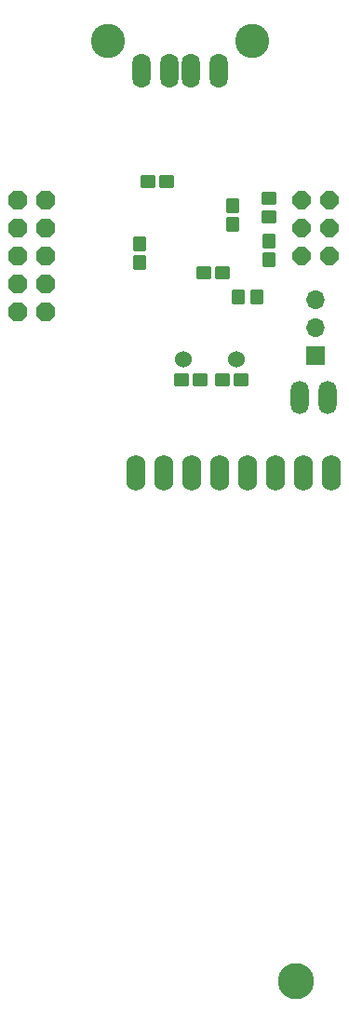
<source format=gbr>
%TF.GenerationSoftware,KiCad,Pcbnew,7.0.9*%
%TF.CreationDate,2024-03-16T10:18:14+00:00*%
%TF.ProjectId,wmk,776d6b2e-6b69-4636-9164-5f7063625858,rev?*%
%TF.SameCoordinates,Original*%
%TF.FileFunction,Soldermask,Bot*%
%TF.FilePolarity,Negative*%
%FSLAX46Y46*%
G04 Gerber Fmt 4.6, Leading zero omitted, Abs format (unit mm)*
G04 Created by KiCad (PCBNEW 7.0.9) date 2024-03-16 10:18:14*
%MOMM*%
%LPD*%
G01*
G04 APERTURE LIST*
G04 Aperture macros list*
%AMRoundRect*
0 Rectangle with rounded corners*
0 $1 Rounding radius*
0 $2 $3 $4 $5 $6 $7 $8 $9 X,Y pos of 4 corners*
0 Add a 4 corners polygon primitive as box body*
4,1,4,$2,$3,$4,$5,$6,$7,$8,$9,$2,$3,0*
0 Add four circle primitives for the rounded corners*
1,1,$1+$1,$2,$3*
1,1,$1+$1,$4,$5*
1,1,$1+$1,$6,$7*
1,1,$1+$1,$8,$9*
0 Add four rect primitives between the rounded corners*
20,1,$1+$1,$2,$3,$4,$5,0*
20,1,$1+$1,$4,$5,$6,$7,0*
20,1,$1+$1,$6,$7,$8,$9,0*
20,1,$1+$1,$8,$9,$2,$3,0*%
%AMFreePoly0*
4,1,25,0.354308,0.793396,0.366431,0.783042,0.783042,0.366431,0.811549,0.310483,0.812800,0.294589,0.812800,-0.294589,0.793396,-0.354308,0.783042,-0.366431,0.366431,-0.783042,0.310483,-0.811549,0.294589,-0.812800,-0.294589,-0.812800,-0.354308,-0.793396,-0.366431,-0.783042,-0.783042,-0.366431,-0.811549,-0.310483,-0.812800,-0.294589,-0.812800,0.294589,-0.793396,0.354308,-0.783042,0.366431,
-0.366431,0.783042,-0.310483,0.811549,-0.294589,0.812800,0.294589,0.812800,0.354308,0.793396,0.354308,0.793396,$1*%
%AMFreePoly1*
4,1,25,0.375350,0.844196,0.387473,0.833842,0.833842,0.387473,0.862349,0.331525,0.863600,0.315631,0.863600,-0.315631,0.844196,-0.375350,0.833842,-0.387473,0.387473,-0.833842,0.331525,-0.862349,0.315631,-0.863600,-0.315631,-0.863600,-0.375350,-0.844196,-0.387473,-0.833842,-0.833842,-0.387473,-0.862349,-0.331525,-0.863600,-0.315631,-0.863600,0.315631,-0.844196,0.375350,-0.833842,0.387473,
-0.387473,0.833842,-0.331525,0.862349,-0.315631,0.863600,0.315631,0.863600,0.375350,0.844196,0.375350,0.844196,$1*%
G04 Aperture macros list end*
%ADD10O,1.625600X3.048000*%
%ADD11FreePoly0,90.000000*%
%ADD12O,1.661200X3.119200*%
%ADD13C,3.103200*%
%ADD14C,3.300000*%
%ADD15R,1.700000X1.700000*%
%ADD16O,1.700000X1.700000*%
%ADD17O,1.727200X3.251200*%
%ADD18FreePoly1,90.000000*%
%ADD19C,1.524000*%
%ADD20RoundRect,0.101600X0.550000X0.500000X-0.550000X0.500000X-0.550000X-0.500000X0.550000X-0.500000X0*%
%ADD21RoundRect,0.101600X0.500000X-0.550000X0.500000X0.550000X-0.500000X0.550000X-0.500000X-0.550000X0*%
%ADD22RoundRect,0.101600X0.550000X-0.500000X0.550000X0.500000X-0.550000X0.500000X-0.550000X-0.500000X0*%
%ADD23RoundRect,0.101600X-0.500000X-0.550000X0.500000X-0.550000X0.500000X0.550000X-0.500000X0.550000X0*%
%ADD24RoundRect,0.101600X-0.550000X-0.500000X0.550000X-0.500000X0.550000X0.500000X-0.550000X0.500000X0*%
%ADD25RoundRect,0.101600X-0.500000X0.550000X-0.500000X-0.550000X0.500000X-0.550000X0.500000X0.550000X0*%
G04 APERTURE END LIST*
D10*
%TO.C,JP3*%
X159359600Y-96418400D03*
X161899600Y-96418400D03*
%TD*%
D11*
%TO.C,PROGRAMER0*%
X162041100Y-83483600D03*
X159501100Y-83483600D03*
X162041100Y-80943600D03*
X159501100Y-80943600D03*
X162041100Y-78403600D03*
X159501100Y-78403600D03*
%TD*%
D12*
%TO.C,X1*%
X152001100Y-66713600D03*
X149501100Y-66713600D03*
X147501100Y-66713600D03*
X145001100Y-66713600D03*
D13*
X155071100Y-64003600D03*
X141931100Y-64003600D03*
%TD*%
D14*
%TO.C,U$1*%
X159001100Y-149503600D03*
%TD*%
D15*
%TO.C,J1*%
X160782000Y-92608400D03*
D16*
X160782000Y-90068400D03*
X160782000Y-87528400D03*
%TD*%
D17*
%TO.C,JP2*%
X162257431Y-103249369D03*
X159717431Y-103249369D03*
X157177431Y-103249369D03*
X154637431Y-103249369D03*
X152097431Y-103249369D03*
X149557431Y-103249369D03*
X147017431Y-103249369D03*
X144477431Y-103249369D03*
%TD*%
D18*
%TO.C,JP1*%
X136271100Y-88583600D03*
X133731100Y-88583600D03*
X136271100Y-86043600D03*
X133731100Y-86043600D03*
X136271100Y-83503600D03*
X133731100Y-83503600D03*
X136271100Y-80963600D03*
X133731100Y-80963600D03*
X136271100Y-78423600D03*
X133731100Y-78423600D03*
%TD*%
D19*
%TO.C,Q1*%
X153592337Y-92882875D03*
X148766337Y-92882875D03*
%TD*%
D20*
%TO.C,C11*%
X154011965Y-94800988D03*
X152311965Y-94800988D03*
%TD*%
D21*
%TO.C,C12*%
X144787584Y-84136100D03*
X144787584Y-82436100D03*
%TD*%
D22*
%TO.C,R2*%
X156546468Y-79980185D03*
X156546468Y-78280185D03*
%TD*%
D23*
%TO.C,R1*%
X153771600Y-87223600D03*
X155471600Y-87223600D03*
%TD*%
D24*
%TO.C,C10*%
X148655690Y-94803160D03*
X150355690Y-94803160D03*
%TD*%
D25*
%TO.C,C7*%
X156542515Y-82148772D03*
X156542515Y-83848772D03*
%TD*%
%TO.C,C6*%
X153245100Y-78937500D03*
X153245100Y-80637500D03*
%TD*%
D20*
%TO.C,C16*%
X152355000Y-85009800D03*
X150655000Y-85009800D03*
%TD*%
D24*
%TO.C,C5*%
X145579268Y-76780438D03*
X147279268Y-76780438D03*
%TD*%
M02*

</source>
